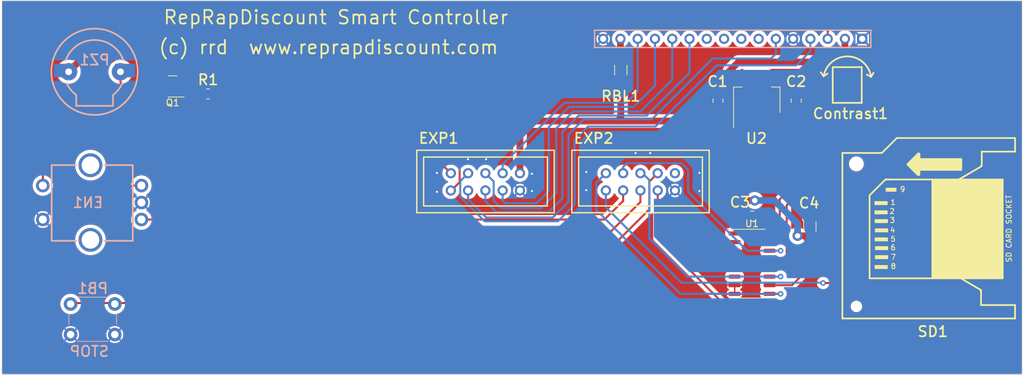
<source format=kicad_pcb>
(kicad_pcb (version 20221018) (generator pcbnew)
  (layers (0 "F.Cu" signal) (31 "B.Cu" signal) (34 "B.Paste" user) (35 "F.Paste" user) (36 "B.SilkS" user "B.Silkscreen") (37 "F.SilkS" user "F.Silkscreen") (38 "B.Mask" user) (39 "F.Mask" user) (44 "Edge.Cuts" user))
  (net 0 "")
  (net 1 "Net-(LCD1-Vo)")
  (net 2 "+3V3")
  (net 3 "BTN_ENC")
  (net 4 "BTN_EN2")
  (net 6 "GND")
  (net 8 "BTN_EN1")
  (net 9 "LCD7")
  (net 10 "LCD6")
  (net 11 "LCD5")
  (net 12 "LCD4")
  (net 13 "LCDRS")
  (net 14 "LCDE")
  (net 15 "/PB3_(MISO)")
  (net 16 "/PB1_(SCK)")
  (net 17 "/SD_CSEL")
  (net 18 "/PB2_(MOSI)")
  (net 19 "BEEPER")
  (net 20 "/RESET")
  (net 21 "/KILL")
  (net 25 "VCC")
  (net 27 "Net-(LCD1-A+)")
  (net 28 "Net-(PZ1-+)")
  (net 29 "Net-(Q1-B)")
  (net 30 "Net-(SD1-CS{slash}DAT3)")
  (net 31 "Net-(SD1-DI{slash}CMD)")
  (net 32 "Net-(SD1-SCLK{slash}CLK)")
  (net 39 "SD_DET")
  (footprint "Resistor_SMD:R_1206_3216Metric_Pad1.30x1.75mm_HandSolder" (layer "F.Cu") (at 164.5011 87.7036 -90)
    (fp_text reference "RBL1" (at 3.833 -0.005) (layer "F.SilkS") (effects (font (size 1.524 1.524) (thickness 0.254) bold)))
    (fp_text value "68")
    (fp_line (start -0.727064 -0.91) (end 0.727064 -0.91) (stroke (width 0.12)) (layer "F.SilkS"))
    (fp_line (start -0.727064 0.91) (end 0.727064 0.91) (stroke (width 0.12)) (layer "F.SilkS"))
    (pad "1" smd roundrect (at -1.55 0 270) (size 1.3 1.75) (layers "F.Cu" "F.Paste" "F.Mask") (roundrect_rratio 0.192308) (net 27 "Net-(LCD1-A+)"))
    (pad "2" smd roundrect (at 1.55 0 270) (size 1.3 1.75) (layers "F.Cu" "F.Paste" "F.Mask") (roundrect_rratio 0.192308) (net 25 "VCC"))
  )
  (footprint "reprapdiscount_smart_controller:SD_card socket" (layer "F.Cu") (at 208.1011 111.0036 90)
    (fp_text reference "SD1" (at -16.1 -0.1 unlocked) (layer "F.SilkS") (effects (font (size 1.524 1.524) (thickness 0.254)) (justify left bottom)))
    (fp_text value "SD card" hide)
    (fp_line (start -13.27279 -11.00319) (end -13.27279 14.38279) (stroke (width 0.254)) (layer "F.SilkS"))
    (fp_line (start -13.27279 14.38279) (end -11.30002 14.38279) (stroke (width 0.254)) (layer "F.SilkS"))
    (fp_line (start -13.25882 -11.01721) (end -13.27279 -11.00319) (stroke (width 0.254)) (layer "F.SilkS"))
    (fp_line (start -13.25882 -11.01721) (end 11.09999 -11.01721) (stroke (width 0.254)) (layer "F.SilkS"))
    (fp_line (start -11.30002 9.3828) (end -11.30002 14.38279) (stroke (width 0.254)) (layer "F.SilkS"))
    (fp_line (start -11.24922 9.37721) (end -9.20721 9.37721) (stroke (width 0.254)) (layer "F.SilkS"))
    (fp_line (start -9.04922 9.21922) (end -9.20721 9.37721) (stroke (width 0.254)) (layer "F.SilkS"))
    (fp_line (start -5.60001 3.38281) (end 5.59997 3.38281) (stroke (width 0.254)) (layer "F.SilkS"))
    (fp_line (start -5.58802 3.38281) (end -9.10002 9.37721) (stroke (width 0.254)) (layer "F.SilkS"))
    (fp_line (start 5.59997 3.38281) (end 9.09999 9.37721) (stroke (width 0.254)) (layer "F.SilkS"))
    (fp_line (start 9.09999 9.32641) (end 9.25798 9.4844) (stroke (width 0.254)) (layer "F.SilkS"))
    (fp_line (start 9.25798 9.4844) (end 11.29999 9.4844) (stroke (width 0.254)) (layer "F.SilkS"))
    (fp_line (start 11.09999 -11.01721) (end 11.09999 -5.20722) (stroke (width 0.254)) (layer "F.SilkS"))
    (fp_line (start 11.09999 -5.20722) (end 13.28921 -3.01799) (stroke (width 0.254)) (layer "F.SilkS"))
    (fp_line (start 11.29999 9.4844) (end 11.29999 14.38279) (stroke (width 0.254)) (layer "F.SilkS"))
    (fp_line (start 11.29999 14.38279) (end 13.2728 14.38279) (stroke (width 0.254)) (layer "F.SilkS"))
    (fp_line (start 13.28921 -3.01799) (end 13.29998 -3.01799) (stroke (width 0.254)) (layer "F.SilkS"))
    (fp_line (start 13.29998 -3.01799) (end 13.29998 14.35561) (stroke (width 0.254)) (layer "F.SilkS"))
    (fp_line (start 13.29998 14.35561) (end 13.2728 14.38279) (stroke (width 0.254)) (layer "F.SilkS"))
    (pad "" np_thru_hole circle locked (at -11.5 -8.95 90) (size 1.2 1.2) (drill 1.2) (layers "F&B.Cu" "*.Mask"))
    (pad "" np_thru_hole circle locked (at 9.49 -8.95 90) (size 1.7 1.7) (drill 1.7) (layers "F&B.Cu" "*.Mask"))
    (pad "1" smd rect locked (at 6.85798 -11.91719 90) (size 1.2 1.8) (layers "F.Cu" "F.Paste" "F.Mask") (net 30 "Net-(SD1-CS{slash}DAT3)"))
    (pad "2" smd rect locked (at 4.36878 -11.91719 90) (size 1.2 1.8) (layers "F.Cu" "F.Paste" "F.Mask") (net 31 "Net-(SD1-DI{slash}CMD)"))
    (pad "3" smd rect locked (at 1.87501 -11.90799 90) (size 1.2 1.8) (layers "F.Cu" "F.Paste" "F.Mask") (net 6 "GND"))
    (pad "4" smd rect locked (at -0.62501 -11.90799 90) (size 1.2 1.8) (layers "F.Cu" "F.Paste" "F.Mask") (net 2 "+3V3"))
    (pad "5" smd rect locked (at -3.12498 -11.90799 90) (size 1.2 1.8) (layers "F.Cu" "F.Paste" "F.Mask") (net 32 "Net-(SD1-SCLK{slash}CLK)"))
    (pad "6" smd rect locked (at -5.625 -11.90799 90) (size 1.2 1.8) (layers "F.Cu" "F.Paste" "F.Mask") (net 6 "GND"))
    (pad "7" smd rect locked (at -8.04999 -11.90799 90) (size 1.2 1.8) (layers "F.Cu" "F.Paste" "F.Mask") (net 15 "/PB3_(MISO)"))
    (pad "8" smd rect locked (at -9.75362 -11.91724 90) (size 1.1 1.8) (layers "F.Cu" "F.Paste" "F.Mask"))
    (pad "9" smd rect locked (at 9.37497 -11.90799 90) (size 1.2 1.8) (layers "F.Cu" "F.Paste" "F.Mask"))
    (pad "10" smd rect locked (at -11.04998 -11.90799 90) (size 0.7 1.8) (layers "F.Cu" "F.Paste" "F.Mask") (net 39 "SD_DET"))
    (pad "11" smd rect locked (at -12.24282 -11.91724 90) (size 0.7 1.8) (layers "F.Cu" "F.Paste" "F.Mask"))
    (pad "12" smd rect locked (at -13.86842 -9.77439 90) (size 1.5 2.79999) (layers "F.Cu" "F.Paste" "F.Mask") (net 6 "GND"))
    (pad "12" smd rect locked (at -13.86842 11.91721 90) (size 1.5 2.79999) (layers "F.Cu" "F.Paste" "F.Mask") (net 6 "GND"))
    (pad "12" smd rect locked (at 11.68398 -9.77439 90) (size 1.5 2.79999) (layers "F.Cu" "F.Paste" "F.Mask") (net 6 "GND"))
    (pad "12" smd rect locked (at 13.86838 11.86641 90) (size 1.5 2.79999) (layers "F.Cu" "F.Paste" "F.Mask") (net 6 "GND"))
  )
  (footprint "Capacitor_SMD:C_1206_3216Metric_Pad1.33x1.80mm_HandSolder" (layer "F.Cu") (at 192.3011 110.7036 -90)
    (fp_text reference "C4" (at -3.419 0.109) (layer "F.SilkS") (effects (font (size 1.524 1.524) (thickness 0.254) bold)))
    (fp_text value "1uF")
    (fp_line (start -0.711252 -0.91) (end 0.711252 -0.91) (stroke (width 0.12)) (layer "F.SilkS"))
    (fp_line (start -0.711252 0.91) (end 0.711252 0.91) (stroke (width 0.12)) (layer "F.SilkS"))
    (pad "1" smd roundrect (at -1.5625 0 270) (size 1.325 1.8) (layers "F.Cu" "F.Paste" "F.Mask") (roundrect_rratio 0.188679) (net 6 "GND"))
    (pad "2" smd roundrect (at 1.5625 0 270) (size 1.325 1.8) (layers "F.Cu" "F.Paste" "F.Mask") (roundrect_rratio 0.188679) (net 2 "+3V3"))
  )
  (footprint "reprapdiscount_smart_controller:SO-16_3.9x9.9mm_P1.27mm" (layer "F.Cu") (at 183.8011 116.2036)
    (fp_text reference "U1" (at 0 -5.9) (layer "F.SilkS"))
    (fp_text value "74HC4050")
    (fp_line (start 0 -5.06) (end -3.45 -5.06) (stroke (width 0.12)) (layer "F.SilkS"))
    (fp_line (start 0 -5.06) (end 1.95 -5.06) (stroke (width 0.12)) (layer "F.SilkS"))
    (fp_line (start 0 5.06) (end -1.95 5.06) (stroke (width 0.12)) (layer "F.SilkS"))
    (fp_line (start 0 5.06) (end 1.95 5.06) (stroke (width 0.12)) (layer "F.SilkS"))
    (pad "1" smd roundrect (at -2.575 -4.445) (size 1.75 0.6) (layers "F.Cu" "F.Paste" "F.Mask") (net 2 "+3V3"))
    (pad "2" smd roundrect (at -2.575 -3.175) (size 1.75 0.6) (layers "F.Cu" "F.Paste" "F.Mask"))
    (pad "3" smd roundrect (at -2.575 -1.905) (size 1.75 0.6) (layers "F.Cu" "F.Paste" "F.Mask") (net 6 "GND"))
    (pad "4" smd roundrect (at -2.575 -0.635) (size 1.75 0.6) (layers "F.Cu" "F.Paste" "F.Mask"))
    (pad "5" smd roundrect (at -2.575 0.635) (size 1.75 0.6) (layers "F.Cu" "F.Paste" "F.Mask") (net 6 "GND"))
    (pad "6" smd roundrect (at -2.575 1.905) (size 1.75 0.6) (layers "F.Cu" "F.Paste" "F.Mask"))
    (pad "7" smd roundrect (at -2.575 3.175) (size 1.75 0.6) (layers "F.Cu" "F.Paste" "F.Mask") (net 6 "GND"))
    (pad "8" smd roundrect (at -2.575 4.445) (size 1.75 0.6) (layers "F.Cu" "F.Paste" "F.Mask") (net 6 "GND"))
    (pad "9" smd roundrect (at 2.575 4.445) (size 1.75 0.6) (layers "F.Cu" "F.Paste" "F.Mask") (net 16 "/PB1_(SCK)"))
    (pad "10" smd roundrect (at 2.575 3.175) (size 1.75 0.6) (layers "F.Cu" "F.Paste" "F.Mask") (net 32 "Net-(SD1-SCLK{slash}CLK)"))
    (pad "11" smd roundrect (at 2.575 1.905) (size 1.75 0.6) (layers "F.Cu" "F.Paste" "F.Mask") (net 18 "/PB2_(MOSI)"))
    (pad "12" smd roundrect (at 2.575 0.635) (size 1.75 0.6) (layers "F.Cu" "F.Paste" "F.Mask") (net 31 "Net-(SD1-DI{slash}CMD)"))
    (pad "13" smd roundrect (at 2.575 -0.635) (size 1.75 0.6) (layers "F.Cu" "F.Paste" "F.Mask"))
    (pad "14" smd roundrect (at 2.575 -1.905) (size 1.75 0.6) (layers "F.Cu" "F.Paste" "F.Mask") (net 17 "/SD_CSEL"))
    (pad "15" smd roundrect (at 2.575 -3.175) (size 1.75 0.6) (layers "F.Cu" "F.Paste" "F.Mask") (net 30 "Net-(SD1-CS{slash}DAT3)"))
    (pad "16" smd roundrect (at 2.575 -4.445) (size 1.75 0.6) (layers "F.Cu" "F.Paste" "F.Mask"))
  )
  (footprint "Package_TO_SOT_SMD:SOT-23" (layer "F.Cu") (at 98.6011 90.1036 180)
    (fp_text reference "Q1" (at 0 -2.4 180) (layer "F.SilkS"))
    (fp_text value "BC817")
    (fp_line (start 0 -1.56) (end -1.675 -1.56) (stroke (width 0.12)) (layer "F.SilkS"))
    (fp_line (start 0 -1.56) (end 0.65 -1.56) (stroke (width 0.12)) (layer "F.SilkS"))
    (fp_line (start 0 1.56) (end -0.65 1.56) (stroke (width 0.12)) (layer "F.SilkS"))
    (fp_line (start 0 1.56) (end 0.65 1.56) (stroke (width 0.12)) (layer "F.SilkS"))
    (pad "1" smd roundrect (at -0.9375 -0.95 180) (size 1.475 0.6) (layers "F.Cu" "F.Paste" "F.Mask") (net 29 "Net-(Q1-B)"))
    (pad "2" smd roundrect (at -0.9375 0.95 180) (size 1.475 0.6) (layers "F.Cu" "F.Paste" "F.Mask") (net 6 "GND"))
    (pad "3" smd roundrect (at 0.9375 0 180) (size 1.475 0.6) (layers "F.Cu" "F.Paste" "F.Mask") (net 28 "Net-(PZ1-+)"))
  )
  (footprint "Resistor_SMD:R_0805_2012Metric_Pad1.20x1.40mm_HandSolder" (layer "F.Cu") (at 103.8011 91.2036)
    (fp_text reference "R1" (at 0 -2.08) (layer "F.SilkS") (effects (font (size 1.524 1.524) (thickness 0.254) bold)))
    (fp_text value "1K")
    (fp_line (start -0.227064 -0.735) (end 0.227064 -0.735) (stroke (width 0.12)) (layer "F.SilkS"))
    (fp_line (start -0.227064 0.735) (end 0.227064 0.735) (stroke (width 0.12)) (layer "F.SilkS"))
    (pad "1" smd roundrect (at -1 0) (size 1.2 1.4) (layers "F.Cu" "F.Paste" "F.Mask") (roundrect_rratio 0.208333) (net 29 "Net-(Q1-B)"))
    (pad "2" smd roundrect (at 1 0) (size 1.2 1.4) (layers "F.Cu" "F.Paste" "F.Mask") (roundrect_rratio 0.208333) (net 19 "BEEPER"))
  )
  (footprint "reprapdiscount_smart_controller:RES TRIMPOT" (layer "F.Cu") (at 197.8011 89.7036 180)
    (fp_text reference "Contrast1" (at 5.2 -5.3 unlocked) (layer "F.SilkS") (effects (font (size 1.524 1.524) (thickness 0.254)) (justify left bottom)))
    (fp_text value "10K" hide)
    (fp_line (start -2.1336 -2.8194) (end -2.1336 2.4384) (stroke (width 0.254)) (layer "F.SilkS"))
    (fp_line (start 2.1336 -2.8194) (end -2.1336 -2.8194) (stroke (width 0.254)) (layer "F.SilkS"))
    (fp_line (start 2.1336 -2.8194) (end 2.1336 2.4384) (stroke (width 0.254)) (layer "F.SilkS"))
    (fp_line (start 2.1336 2.4384) (end -2.1336 2.4384) (stroke (width 0.254)) (layer "F.SilkS"))
    (pad "1" smd rect (at -1.13848 1.52324 270) (size 1.2 1.4) (layers "F.Cu" "F.Paste" "F.Mask") (net 6 "GND"))
    (pad "2" smd rect (at -0.03312 -1.52324 180) (size 1.6 1.8) (layers "F.Cu" "F.Paste" "F.Mask") (net 1 "Net-(LCD1-Vo)"))
    (pad "3" smd rect (at 1.13848 1.52324 270) (size 1.2 1.4) (layers "F.Cu" "F.Paste" "F.Mask") (net 25 "VCC"))
  )
  (footprint "reprapdiscount_smart_controller:HDR2X5_EXP" (layer "F.Cu") (at 134.5011 108.7036)
    (fp_text reference "EXP1" (at 0.14557 -10.0724 unlocked) (layer "F.SilkS") (effects (font (size 1.524 1.524) (thickness 0.254)) (justify left bottom)))
    (fp_text value "Header 5X2" hide)
    (fp_line (start -0.00001 -9.20004) (end 20.2 -9.20004) (stroke (width 0.2)) (layer "F.SilkS"))
    (fp_line (start -0.00001 0) (end -0.00001 -9.20004) (stroke (width 0.2)) (layer "F.SilkS"))
    (fp_line (start -0.00001 0) (end 20.2 0) (stroke (width 0.2)) (layer "F.SilkS"))
    (fp_line (start 0.99998 -8.20004) (end 19.2 -8.20004) (stroke (width 0.2)) (layer "F.SilkS"))
    (fp_line (start 0.99998 -1) (end 0.99998 -8.20004) (stroke (width 0.2)) (layer "F.SilkS"))
    (fp_line (start 0.99998 -1) (end 19.2 -1) (stroke (width 0.2)) (layer "F.SilkS"))
    (fp_line (start 19.2 -1) (end 19.2 -8.20004) (stroke (width 0.2)) (layer "F.SilkS"))
    (fp_line (start 20.2 0) (end 20.2 -9.20004) (stroke (width 0.2)) (layer "F.SilkS"))
    (pad "1" thru_hole circle (at 5.00384 -3.27665) (size 1.5 1.5) (drill 0.9) (layers "*.Cu" "*.Mask") (net 19 "BEEPER"))
    (pad "2" thru_hole circle (at 5.00384 -5.81665) (size 1.5 1.5) (drill 0.9) (layers "*.Cu" "*.Mask") (net 3 "BTN_ENC"))
    (pad "3" thru_hole circle (at 7.54384 -3.27665) (size 1.5 1.5) (drill 0.9) (layers "*.Cu" "*.Mask") (net 14 "LCDE"))
    (pad "4" thru_hole circle (at 7.54384 -5.81665) (size 1.5 1.5) (drill 0.9) (layers "*.Cu" "*.Mask") (net 13 "LCDRS"))
    (pad "5" thru_hole circle (at 10.08384 -3.27665) (size 1.5 1.5) (drill 0.9) (layers "*.Cu" "*.Mask") (net 12 "LCD4"))
    (pad "6" thru_hole circle (at 10.08384 -5.81665) (size 1.5 1.5) (drill 0.9) (layers "*.Cu" "*.Mask") (net 11 "LCD5"))
    (pad "7" thru_hole circle (at 12.62384 -3.27665) (size 1.5 1.5) (drill 0.9) (layers "*.Cu" "*.Mask") (net 10 "LCD6"))
    (pad "8" thru_hole circle (at 12.62384 -5.81665) (size 1.5 1.5) (drill 0.9) (layers "*.Cu" "*.Mask") (net 9 "LCD7"))
    (pad "9" thru_hole circle (at 15.16384 -3.27665) (size 1.5 1.5) (drill 0.9) (layers "*.Cu" "*.Mask") (net 6 "GND"))
    (pad "10" thru_hole circle (at 15.16384 -5.81665) (size 1.5 1.5) (drill 0.9) (layers "*.Cu" "*.Mask") (net 25 "VCC"))
  )
  (footprint "Package_TO_SOT_SMD:SOT-223" (layer "F.Cu") (at 184.5011 92.1036 90)
    (fp_text reference "U2" (at -5.656 -0.056 180) (layer "F.SilkS") (effects (font (size 1.524 1.524) (thickness 0.254) bold)))
    (fp_text value "MIC5209")
    (fp_line (start -4.1 -3.41) (end 1.91 -3.41) (stroke (width 0.12)) (layer "F.SilkS"))
    (fp_line (start -1.85 3.41) (end 1.91 3.41) (stroke (width 0.12)) (layer "F.SilkS"))
    (fp_line (start 1.91 -3.41) (end 1.91 -2.15) (stroke (width 0.12)) (layer "F.SilkS"))
    (fp_line (start 1.91 3.41) (end 1.91 2.15) (stroke (width 0.12)) (layer "F.SilkS"))
    (pad "1" smd rect (at -3.15 -2.3 90) (size 2 1.5) (layers "F.Cu" "F.Paste" "F.Mask") (net 25 "VCC"))
    (pad "2" smd rect (at -3.15 0 90) (size 2 1.5) (layers "F.Cu" "F.Paste" "F.Mask") (net 6 "GND"))
    (pad "3" smd rect (at -3.15 2.3 90) (size 2 1.5) (layers "F.Cu" "F.Paste" "F.Mask") (net 2 "+3V3"))
    (pad "4" smd rect (at 3.15 0 90) (size 2 3.8) (layers "F.Cu" "F.Paste" "F.Mask") (net 6 "GND"))
  )
  (footprint "Capacitor_SMD:C_0805_2012Metric_Pad1.18x1.45mm_HandSolder" (layer "F.Cu") (at 183.8011 109.2036 180)
    (fp_text reference "C3" (at 1.769 2.046 180) (layer "F.SilkS") (effects (font (size 1.524 1.524) (thickness 0.254) bold)))
    (fp_text value "100nF")
    (fp_line (start -0.261252 -0.735) (end 0.261252 -0.735) (stroke (width 0.12)) (layer "F.SilkS"))
    (fp_line (start -0.261252 0.735) (end 0.261252 0.735) (stroke (width 0.12)) (layer "F.SilkS"))
    (pad "1" smd roundrect (at -1.0375 0 180) (size 1.175 1.45) (layers "F.Cu" "F.Paste" "F.Mask") (roundrect_rratio 0.212766) (net 6 "GND"))
    (pad "2" smd roundrect (at 1.0375 0 180) (size 1.175 1.45) (layers "F.Cu" "F.Paste" "F.Mask") (roundrect_rratio 0.212766) (net 2 "+3V3"))
  )
  (footprint "Capacitor_SMD:C_0805_2012Metric_Pad1.18x1.45mm_HandSolder" (layer "F.Cu") (at 178.8011 92.2036 -90)
    (fp_text reference "C1" (at -2.826 0.071) (layer "F.SilkS") (effects (font (size 1.524 1.524) (thickness 0.254) bold)))
    (fp_text value "100nF")
    (fp_line (start -0.261252 -0.735) (end 0.261252 -0.735) (stroke (width 0.12)) (layer "F.SilkS"))
    (fp_line (start -0.261252 0.735) (end 0.261252 0.735) (stroke (width 0.12)) (layer "F.SilkS"))
    (pad "1" smd roundrect (at -1.0375 0 270) (size 1.175 1.45) (layers "F.Cu" "F.Paste" "F.Mask") (roundrect_rratio 0.212766) (net 6 "GND"))
    (pad "2" smd roundrect (at 1.0375 0 270) (size 1.175 1.45) (layers "F.Cu" "F.Paste" "F.Mask") (roundrect_rratio 0.212766) (net 25 "VCC"))
  )
  (footprint "reprapdiscount_smart_controller:HDR2X5_EXP" (layer "F.Cu") (at 157.3011 108.7036)
    (fp_text reference "EXP2" (at 0.14259 -10.0644 unlocked) (layer "F.SilkS") (effects (font (size 1.524 1.524) (thickness 0.254)) (justify left bottom)))
    (fp_text value "Header 5X2" hide)
    (fp_line (start -0.00001 -9.20004) (end 20.2 -9.20004) (stroke (width 0.2)) (layer "F.SilkS"))
    (fp_line (start -0.00001 0) (end -0.00001 -9.20004) (stroke (width 0.2)) (layer "F.SilkS"))
    (fp_line (start -0.00001 0) (end 20.2 0) (stroke (width 0.2)) (layer "F.SilkS"))
    (fp_line (start 0.99998 -8.20004) (end 19.2 -8.20004) (stroke (width 0.2)) (layer "F.SilkS"))
    (fp_line (start 0.99998 -1) (end 0.99998 -8.20004) (stroke (width 0.2)) (layer "F.SilkS"))
    (fp_line (start 0.99998 -1) (end 19.2 -1) (stroke (width 0.2)) (layer "F.SilkS"))
    (fp_line (start 19.2 -1) (end 19.2 -8.20004) (stroke (width 0.2)) (layer "F.SilkS"))
    (fp_line (start 20.2 0) (end 20.2 -9.20004) (stroke (width 0.2)) (layer "F.SilkS"))
    (pad "1" thru_hole circle (at 5.00384 -3.27665) (size 1.5 1.5) (drill 0.9) (layers "*.Cu" "*.Mask") (net 15 "/PB3_(MISO)"))
    (pad "2" thru_hole circle (at 5.00384 -5.81665) (size 1.5 1.5) (drill 0.9) (layers "*.Cu" "*.Mask") (net 16 "/PB1_(SCK)"))
    (pad "3" thru_hole circle (at 7.54384 -3.27665) (size 1.5 1.5) (drill 0.9) (layers "*.Cu" "*.Mask") (net 4 "BTN_EN2"))
    (pad "4" thru_hole circle (at 7.54384 -5.81665) (size 1.5 1.5) (drill 0.9) (layers "*.Cu" "*.Mask") (net 17 "/SD_CSEL"))
    (pad "5" thru_hole circle (at 10.08384 -3.27665) (size 1.5 1.5) (drill 0.9) (layers "*.Cu" "*.Mask") (net 8 "BTN_EN1"))
    (pad "6" thru_hole circle (at 10.08384 -5.81665) (size 1.5 1.5) (drill 0.9) (layers "*.Cu" "*.Mask") (net 18 "/PB2_(MOSI)"))
    (pad "7" thru_hole circle (at 12.62384 -3.27665) (size 1.5 1.5) (drill 0.9) (layers "*.Cu" "*.Mask") (net 39 "SD_DET"))
    (pad "8" thru_hole circle (at 12.62384 -5.81665) (size 1.5 1.5) (drill 0.9) (layers "*.Cu" "*.Mask") (net 20 "/RESET"))
    (pad "9" thru_hole circle (at 15.16384 -3.27665) (size 1.5 1.5) (drill 0.9) (layers "*.Cu" "*.Mask") (net 6 "GND"))
    (pad "10" thru_hole circle (at 15.16384 -5.81665) (size 1.5 1.5) (drill 0.9) (layers "*.Cu" "*.Mask") (net 21 "/KILL"))
  )
  (footprint "Capacitor_SMD:C_0805_2012Metric_Pad1.18x1.45mm_HandSolder" (layer "F.Cu") (at 190.3011 92.2036 -90)
    (fp_text reference "C2" (at -2.826 0.014) (layer "F.SilkS") (effects (font (size 1.524 1.524) (thickness 0.254) bold)))
    (fp_text value "100nF")
    (fp_line (start -0.261252 -0.735) (end 0.261252 -0.735) (stroke (width 0.12)) (layer "F.SilkS"))
    (fp_line (start -0.261252 0.735) (end 0.261252 0.735) (stroke (width 0.12)) (layer "F.SilkS"))
    (pad "1" smd roundrect (at -1.0375 0 270) (size 1.175 1.45) (layers "F.Cu" "F.Paste" "F.Mask") (roundrect_rratio 0.212766) (net 6 "GND"))
    (pad "2" smd roundrect (at 1.0375 0 270) (size 1.175 1.45) (layers "F.Cu" "F.Paste" "F.Mask") (roundrect_rratio 0.212766) (net 2 "+3V3"))
  )
  (footprint "Button_Switch_THT:SW_PUSH_6mm_H5mm" (layer "B.Cu") (at 90.0841 122.1436 180)
    (fp_text reference "PB1" (at 3.25 2.286) (layer "B.SilkS") (effects (font (size 1.524 1.524) (thickness 0.254) bold) (justify mirror)))
    (fp_text value "STOP" (at 3.75 -6.985) (layer "B.SilkS") (effects (font (size 1.524 1.524) (thickness 0.254) bold) (justify mirror)))
    (fp_line (start -0.25 -1.5) (end -0.25 -3) (stroke (width 0.12)) (layer "B.SilkS"))
    (fp_line (start 1 -5.5) (end 5.5 -5.5) (stroke (width 0.12)) (layer "B.SilkS"))
    (fp_line (start 5.5 1) (end 1 1) (stroke (width 0.12)) (layer "B.SilkS"))
    (fp_line (start 6.75 -3) (end 6.75 -1.5) (stroke (width 0.12)) (layer "B.SilkS"))
    (pad "1" thru_hole circle locked (at 0 0 90) (size 2 2) (drill 1.1) (layers "*.Cu" "*.Mask") (net 20 "/RESET"))
    (pad "1" thru_hole circle locked (at 6.5 0 90) (size 2 2) (drill 1.1) (layers "*.Cu" "*.Mask") (net 20 "/RESET"))
    (pad "2" thru_hole circle locked (at 0 -4.5 90) (size 2 2) (drill 1.1) (layers "*.Cu" "*.Mask") (net 6 "GND"))
    (pad "2" thru_hole circle locked (at 6.5 -4.5 90) (size 2 2) (drill 1.1) (layers "*.Cu" "*.Mask") (net 6 "GND"))
  )
  (footprint "reprapdiscount_smart_controller:ROTARY ENCODER" (layer "B.Cu") (at 94.0011 107.2036)
    (fp_text reference "EN1" (at -5.5 0.9 unlocked) (layer "B.SilkS") (effects (font (size 1.524 1.524) (thickness 0.254)) (justify left bottom mirror)))
    (fp_text value "BC111E5244B2" hide)
    (fp_line (start -13.2 -5.5118) (end -9.525 -5.5118) (stroke (width 0.254)) (layer "B.SilkS"))
    (fp_line (start -13.2 5.6388) (end -13.2 -5.5118) (stroke (width 0.254)) (layer "B.SilkS"))
    (fp_line (start -13.2 5.6388) (end -9.525 5.6388) (stroke (width 0.254)) (layer "B.SilkS"))
    (fp_line (start -5.4864 -5.5118) (end -1.27 -5.5118) (stroke (width 0.254)) (layer "B.SilkS"))
    (fp_line (start -5.461 5.6388) (end -1.27 5.6388) (stroke (width 0.254)) (layer "B.SilkS"))
    (fp_line (start -1.27 5.6388) (end -1.27 -5.5118) (stroke (width 0.254)) (layer "B.SilkS"))
    (pad "1" thru_hole circle locked (at 0 -2.5) (size 2 2) (drill 1.2) (layers "*.Cu" "*.Mask") (net 8 "BTN_EN1"))
    (pad "2" thru_hole circle locked (at 0 0) (size 2 2) (drill 1.2) (layers "*.Cu" "*.Mask") (net 6 "GND"))
    (pad "3" thru_hole circle locked (at 0 2.5) (size 2 2) (drill 1.2) (layers "*.Cu" "*.Mask") (net 4 "BTN_EN2"))
    (pad "4" thru_hole circle locked (at -14.5 2.5) (size 2 2) (drill 1.2) (layers "*.Cu" "*.Mask") (net 6 "GND"))
    (pad "5" thru_hole circle locked (at -14.5 -2.5) (size 2 2) (drill 1.2) (layers "*.Cu" "*.Mask") (net 3 "BTN_ENC"))
    (pad "6" thru_hole circle locked (at -7.5 5.5) (size 3.5 3.5) (drill 2.6) (layers "*.Cu" "*.Mask"))
    (pad "7" thru_hole circle locked (at -7.5 -5.5) (size 3.5 3.5) (drill 2.6) (layers "*.Cu" "*.Mask"))
  )
  (footprint "reprapdiscount_smart_controller:PIEZO 11MM" (layer "B.Cu") (at 83.29666 87.94414)
    (fp_text reference "PZ1" (at 3.80444 -1.74054 unlocked) (layer "B.SilkS") (effects (font (size 1.524 1.524) (thickness 0.254)) (justify mirror)))
    (fp_text value "PIEZO" hide)
    (fp_line (start 1.1142 3.4222) (end 1.1142 5.0222) (stroke (width 0.254)) (layer "B.SilkS"))
    (fp_line (start 6.5142 3.4222) (end 6.5142 5.0222) (stroke (width 0.254)) (layer "B.SilkS"))
    (fp_line (start 6.5142 5.0222) (end 1.1142 5.0222) (stroke (width 0.254)) (layer "B.SilkS"))
    (fp_arc (start -0.423639 -1.691313) (mid 3.8142 -4.6778) (end 8.052039 -1.691314) (stroke (width 0.254)) (layer "B.SilkS"))
    (fp_arc (start 1.080697 3.396827) (mid 0.305456 2.639772) (end -0.266342 1.719348) (stroke (width 0.254)) (layer "B.SilkS"))
    (fp_arc (start 7.897777 1.712808) (mid 7.318928 2.644766) (end 6.531767 3.408958) (stroke (width 0.254)) (layer "B.SilkS"))
    (fp_circle (center 3.81 0) (end 3.81 6.35) (stroke (width 0.254)) (fill none) (layer "B.SilkS"))
    (pad "1" smd rect (at -0.6858 -0.1778 180) (size 3 2) (layers "B.Cu" "B.Paste" "B.Mask") (net 25 "VCC"))
    (pad "1" thru_hole circle (at 0 0) (size 2.54 2.54) (drill 1) (layers "*.Cu" "*.Mask") (net 25 "VCC"))
    (pad "2" thru_hole circle (at 7.62 0) (size 2.54 2.54) (drill 1) (layers "*.Cu" "*.Mask") (net 28 "Net-(PZ1-+)"))
    (pad "2" smd rect (at 8.3142 -0.1778 180) (size 3 2) (layers "B.Cu" "B.Paste" "B.Mask") (net 28 "Net-(PZ1-+)"))
  )
  (footprint "reprapdiscount_smart_controller:HDR1X16" (layer "B.Cu") (at 200.00533 83.09293 180)
    (fp_text reference "LCD1" hide)
    (fp_text value "Character lcd" hide)
    (fp_line (start -1.27001 -1.27) (end -1.27001 1.27) (stroke (width 0.2)) (layer "B.SilkS"))
    (fp_line (start 0.63499 1.27) (end -1.27001 1.27) (stroke (width 0.2)) (layer "B.SilkS"))
    (fp_line (start 39.36999 -1.27) (end -1.27001 -1.27) (stroke (width 0.2)) (layer "B.SilkS"))
    (fp_line (start 39.36999 -1.27) (end 39.36999 1.27) (stroke (width 0.2)) (layer "B.SilkS"))
    (fp_line (start 39.36999 1.27) (end 0.63499 1.27) (stroke (width 0.2)) (layer "B.SilkS"))
    (pad "1" thru_hole rect locked (at -0.00001 0) (size 1.5 1.5) (drill 0.9) (layers "*.Cu" "*.Mask") (net 6 "GND"))
    (pad "2" thru_hole circle locked (at 2.53999 0) (size 1.5 1.5) (drill 0.9) (layers "*.Cu" "*.Mask") (net 25 "VCC"))
    (pad "3" thru_hole circle locked (at 5.07999 0) (size 1.5 1.5) (drill 0.9) (layers "*.Cu" "*.Mask") (net 1 "Net-(LCD1-Vo)"))
    (pad "4" thru_hole circle locked (at 7.61999 0) (size 1.5 1.5) (drill 0.9) (layers "*.Cu" "*.Mask") (net 13 "LCDRS"))
    (pad "5" thru_hole circle locked (at 10.15999 0) (size 1.5 1.5) (drill 0.9) (layers "*.Cu" "*.Mask") (net 6 "GND"))
    (pad "6" thru_hole circle locked (at 12.69999 0) (size 1.5 1.5) (drill 0.9) (layers "*.Cu" "*.Mask") (net 14 "LCDE"))
    (pad "7" thru_hole circle locked (at 15.23999 0) (size 1.5 1.5) (drill 0.9) (layers "*.Cu" "*.Mask"))
    (pad "8" thru_hole circle locked (at 17.77999 0) (size 1.5 1.5) (drill 0.9) (layers "*.Cu" "*.Mask"))
    (pad "9" thru_hole circle locked (at 20.31999 0) (size 1.5 1.5) (drill 0.9) (layers "*.Cu" "*.Mask"))
    (pad "10" thru_hole circle locked (at 22.85999 0) (size 1.5 1.5) (drill 0.9) (layers "*.Cu" "*.Mask"))
    (pad "11" thru_hole circle locked (at 25.39999 0) (size 1.5 1.5) (drill 0.9) (layers "*.Cu" "*.Mask") (net 12 "LCD4"))
    (pad "12" thru_hole circle locked (at 27.93999 0) (size 1.5 1.5) (drill 0.9) (layers "*.Cu" "*.Mask") (net 11 "LCD5"))
    (pad "13" thru_hole circle locked (at 30.47999 0) (size 1.5 1.5) (drill 0.9) (layers "*.Cu" "*.Mask") (net 10 "LCD6"))
    (pad "14" thru_hole circle locked (at 33.01999 0) (size 1.5 1.5) (drill 0.9) (layers "*.Cu" "*.Mask") (net 9 "LCD7"))
    (pad "15" thru_hole circle locked (at 35.55999 0) (size 1.5 1.5) (drill 0.9) (layers "*.Cu" "*.Mask") (net 27 "Net-(LCD1-A+)"))
    (pad "16" thru_hole circle locked (at 38.09999 0) (size 1.5 1.5) (drill 0.9) (layers "*.Cu" "*.Mask") (net 6 "GND"))
  )
  (gr_line (start 208.29519 102.08979) (end 214.56772 102.08979) (stroke (width 0.254)) (layer "F.SilkS"))
  (gr_line (start 214.56772 102.08979) (end 214.56772 101.13993) (stroke (width 0.254)) (layer "F.SilkS"))
  (gr_line (start 194.32768 88.60511) (end 194.90111 88.20359) (stroke (width 0.254)) (layer "F.SilkS"))
  (gr_rect (start 201.84344 109.65269) (end 203.77897 110.22617) (fill solid) (layer "F.SilkS"))
  (gr_arc (start 194.327693 88.605102) (mid 197.858284 85.683847) (end 201.306939 88.701392) (stroke (width 0.254)) (layer "F.SilkS"))
  (gr_line (start 205.53528 103.81024) (end 220.66103 103.81024) (stroke (width 0.254)) (layer "F.SilkS"))
  (gr_rect (start 208.29519 101.98225) (end 214.56772 102.39444) (fill solid) (layer "F.SilkS"))
  (gr_line (start 206.80772 101.58799) (end 208.29519 100.10046) (stroke (width 0.508)) (layer "F.SilkS"))
  (gr_rect (start 207.05862 101.22954) (end 207.883 101.83889) (fill solid) (layer "F.SilkS"))
  (gr_line (start 208.34899 100.79942) (end 214.56772 100.79942) (stroke (width 0.254)) (layer "F.SilkS"))
  (gr_line (start 201.09074 106.14002) (end 203.42053 103.81024) (stroke (width 0.254)) (layer "F.SilkS"))
  (gr_line (start 201.09074 118.3625) (end 201.09074 106.14002) (stroke (width 0.254)) (layer "F.SilkS"))
  (gr_rect (start 203.45639 105.02893) (end 205.03348 105.60241) (fill solid) (layer "F.SilkS"))
  (gr_rect (start 201.80763 107.00027) (end 203.74316 107.57375) (fill solid) (layer "F.SilkS"))
  (gr_rect (start 210.19486 103.81024) (end 220.66103 118.3625) (fill solid) (layer "F.SilkS"))
  (gr_rect (start 201.80763 108.36232) (end 203.74316 108.9358) (fill solid) (layer "F.SilkS"))
  (gr_line (start 208.52821 102.39444) (end 214.56772 102.39444) (stroke (width 0.254)) (layer "F.SilkS"))
  (gr_line (start 208.29519 100.85322) (end 208.34899 100.79942) (stroke (width 0.254)) (layer "F.SilkS"))
  (gr_line (start 203.42053 103.81024) (end 203.99406 103.81024) (stroke (width 0.254)) (layer "F.SilkS"))
  (gr_rect (start 208.29519 101.13993) (end 214.56772 102.08979) (fill solid) (layer "F.SilkS"))
  (gr_rect (start 207.883 101.83889) (end 208.29519 102.73495) (fill solid) (layer "F.SilkS"))
  (gr_line (start 201.30694 88.70138) (end 201.65695 88.09518) (stroke (width 0.254)) (layer "F.SilkS"))
  (gr_line (start 201.09074 118.3625) (end 203.16962 118.3625) (stroke (width 0.254)) (layer "F.SilkS"))
  (gr_rect (start 207.33639 101.05931) (end 208.02636 101.53419) (fill solid) (layer "F.SilkS"))
  (gr_line (start 203.16962 118.3625) (end 203.16962 118.3625) (stroke (width 0.254)) (layer "F.SilkS"))
  (gr_line (start 208.29519 101.13993) (end 214.56772 101.13993) (stroke (width 0.254)) (layer "F.SilkS"))
  (gr_rect (start 207.33639 101.53419) (end 207.91887 102.10772) (fill solid) (layer "F.SilkS"))
  (gr_rect (start 201.82556 116.40909) (end 203.76109 116.98257) (fill solid) (layer "F.SilkS"))
  (gr_rect (start 208.29519 100.79942) (end 214.56772 101.6776) (fill solid) (layer "F.SilkS"))
  (gr_line (start 203.42053 103.81024) (end 205.53528 103.81024) (stroke (width 0.254)) (layer "F.SilkS"))
  (gr_rect (start 201.8793 114.95743) (end 203.81484 115.53091) (fill solid) (layer "F.SilkS"))
  (gr_rect (start 201.8793 111.01469) (end 203.81484 111.58817) (fill solid) (layer "F.SilkS"))
  (gr_rect (start 201.84344 112.34088) (end 203.77897 112.91436) (fill solid) (layer "F.SilkS"))
  (gr_line (start 206.80772 101.58799) (end 208.25933 103.0396) (stroke (width 0.508)) (layer "F.SilkS"))
  (gr_line (start 200.70074 88.35141) (end 201.30694 88.70138) (stroke (width 0.254)) (layer "F.SilkS"))
  (gr_rect (start 201.8793 113.63125) (end 203.81484 114.20473) (fill solid) (layer "F.SilkS"))
  (gr_line (start 193.92621 88.03168) (end 194.32768 88.60511) (stroke (width 0.254)) (layer "F.SilkS"))
  (gr_line (start 214.56772 102.39444) (end 214.56772 100.79942) (stroke (width 0.254)) (layer "F.SilkS"))
  (gr_line (start 220.66103 118.3625) (end 220.66103 103.81024) (stroke (width 0.254)) (layer "F.SilkS"))
  (gr_line (start 208.29519 103.00373) (end 208.29519 100.10046) (stroke (width 0.5)) (layer "F.SilkS"))
  (gr_line (start 208.29519 102.08979) (end 208.29519 101.13993) (stroke (width 0.254)) (layer "F.SilkS"))
  (gr_rect (start 207.57835 100.60232) (end 208.29519 102.41237) (fill solid) (layer "F.SilkS"))
  (gr_line (start 208.47441 102.34069) (end 208.52821 102.39444) (stroke (width 0.254)) (layer "F.SilkS"))
  (gr_line (start 203.16962 118.3625) (end 220.66103 118.3625) (stroke (width 0.254)) (layer "F.SilkS"))
  (gr_line (start 73.5011 77.5036) (end 73.5011 132.5036) (stroke (width 0.05)) (layer "Edge.Cuts"))
  (gr_line (start 223.5011 77.5036) (end 73.5011 77.5036) (stroke (width 0.05)) (layer "Edge.Cuts"))
  (gr_line (start 73.5011 132.5036) (end 223.5011 132.5036) (stroke (width 0.05)) (layer "Edge.Cuts"))
  (gr_line (start 223.5011 132.5036) (end 223.5011 77.5036) (stroke (width 0.05)) (layer "Edge.Cuts"))
  (gr_text "1" (at 204.10155 107.60961) (layer "F.SilkS") (effects (font (size 0.762 0.762) (thickness 0.127)) (justify left bottom)))
  (gr_text "(c) rrd  www.reprapdiscount.com" (at 96.4011 85.5036 360) (layer "F.SilkS") (effects (font (size 2 2) (thickness 0.254)) (justify left bottom)))
  (gr_text "5" (at 204.10155 113.02192) (layer "F.SilkS") (effects (font (size 0.762 0.762) (thickness 0.127)) (justify left bottom)))
  (gr_text "8" (at 204.13739 117.03634) (layer "F.SilkS") (effects (font (size 0.762 0.762) (thickness 0.127)) (justify left bottom)))
  (gr_text "6" (at 204.10155 114.27642) (layer "F.SilkS") (effects (font (size 0.762 0.762) (thickness 0.127)) (justify left bottom)))
  (gr_text "3" (at 203.99403 110.26201) (layer "F.SilkS") (effects (font (size 0.762 0.762) (thickness 0.127)) (justify left bottom)))
  (gr_text "9" (at 205.5011 105.7036) (layer "F.SilkS") (effects (font (size 0.762 0.762) (thickness 0.127)) (justify left bottom)))
  (gr_text "2" (at 203.95819 108.9358) (layer "F.SilkS") (effects (font (size 0.762 0.762) (thickness 0.127)) (justify left bottom)))
  (gr_text "SD CARD SOCKET" (at 222.02308 116.06857 90) (layer "F.SilkS") (effects (font (size 0.762 0.762) (thickness 0.127)) (justify left bottom)))
  (gr_text "4" (at 204.02987 111.69571) (layer "F.SilkS") (effects (font (size 0.762 0.762) (thickness 0.127)) (justify left bottom)))
  (gr_text "RepRapDiscount Smart Controller" (at 97.1011 81.1036 360) (layer "F.SilkS") (effects (font (size 2 2) (thickness 0.254)) (justify left bottom)))
  (gr_text "7" (at 204.13739 115.67429) (layer "F.SilkS") (effects (font (size 0.762 0.762) (thickness 0.127)) (justify left bottom)))
  (segment (start 194.92534 82.0036) (end 195.72534 81.2036) (width 0.3) (layer "F.Cu") (net 1))
  (segment (start 194.92534 83.09293) (end 194.92534 82.0036) (width 0.3) (layer "F.Cu") (net 1))
  (segment (start 202.6011 88.7036) (end 202.6011 81.5036) (width 0.3) (layer "F.Cu") (net 1))
  (segment (start 197.83424 91.22686) (end 200.07784 91.22686) (width 0.3) (layer "F.Cu") (net 1))
  (segment (start 200.07784 91.22686) (end 202.6011 88.7036) (width 0.3) (layer "F.Cu") (net 1))
  (segment (start 195.72534 81.2036) (end 202.3011 81.2036) (width 0.3) (layer "F.Cu") (net 1))
  (segment (start 202.3011 81.2036) (end 202.6011 81.5036) (width 0.3) (layer "F.Cu") (net 1))
  (segment (start 190.50114 112.10364) (end 192.30112 112.10364) (width 1) (layer "F.Cu") (net 2))
  (segment (start 192.30112 112.10364) (end 193.70106 112.10364) (width 1) (layer "F.Cu") (net 2))
  (segment (start 181.2511 111.75861) (end 181.2511 109.7536) (width 0.3) (layer "F.Cu") (net 2))
  (segment (start 182.85108 109.20363) (end 182.85108 105.45362) (width 1) (layer "F.Cu") (net 2))
  (segment (start 190.30112 94.3036) (end 190.30112 93.15361) (width 1) (layer "F.Cu") (net 2))
  (segment (start 189.40112 95.2036) (end 190.30112 94.3036) (width 1) (layer "F.Cu") (net 2))
  (segment (start 184.1911 106.9036) (end 184.2011 106.9036) (width 1) (layer "F.Cu") (net 2))
  (segment (start 182.95108 106.9036) (end 184.1911 106.9036) (width 1) (layer "F.Cu") (net 2))
  (segment (start 181.2511 109.7536) (end 181.80107 109.20363) (width 0.3) (layer "F.Cu") (net 2))
  (segment (start 194.17609 111.62861) (end 196.19311 111.62861) (width 1) (layer "F.Cu") (net 2))
  (segment (start 181.80107 109.20363) (end 182.85108 109.20363) (width 0.3) (layer "F.Cu") (net 2))
  (segment (start 186.80105 101.50365) (end 186.80105 95.2036) (width 1) (layer "F.Cu") (net 2))
  (segment (start 186.80105 95.2036) (end 189.40112 95.2036) (width 1) (layer "F.Cu") (net 2))
  (segment (start 193.70106 112.10364) (end 194.17609 111.62861) (width 1) (layer "F.Cu") (net 2))
  (segment (start 182.85108 105.45362) (end 186.80105 101.50365) (width 1) (layer "F.Cu") (net 2))
  (via (at 190.50114 112.10364) (size 1.5) (drill 0.8) (layers "F.Cu" "B.Cu") (net 2))
  (via (at 184.2011 106.9036) (size 1.5) (drill 0.8) (layers "F.Cu" "B.Cu") (net 2))
  (segment (start 184.2011 106.9036) (end 187.1011 106.9036) (width 1) (layer "B.Cu") (net 2))
  (segment (start 190.50114 111.94364) (end 190.50114 110.30364) (width 1) (layer "B.Cu") (net 2))
  (segment (start 187.1011 106.9036) (end 190.50114 110.30364) (width 1) (layer "B.Cu") (net 2))
  (segment (start 190.5411 111.9836) (end 190.50114 111.94364) (width 1) (layer "B.Cu") (net 2))
  (segment (start 190.50114 112.10364) (end 190.50114 112.02356) (width 1) (layer "B.Cu") (net 2))
  (segment (start 190.50114 112.02356) (end 190.5411 111.9836) (width 1) (layer "B.Cu") (net 2))
  (segment (start 135.52159 98.9036) (end 139.50493 102.88695) (width 0.3) (layer "F.Cu") (net 3))
  (segment (start 80.5011 98.9036) (end 135.52159 98.9036) (width 0.3) (layer "F.Cu") (net 3))
  (segment (start 79.50109 104.7036) (end 79.50109 99.90361) (width 0.3) (layer "F.Cu") (net 3))
  (segment (start 79.50109 99.90361) (end 80.5011 98.9036) (width 0.3) (layer "F.Cu") (net 3))
  (segment (start 162.10111 109.70359) (end 164.84494 106.95976) (width 0.3) (layer "F.Cu") (net 4))
  (segment (start 94.00109 109.70359) (end 162.10111 109.70359) (width 0.3) (layer "F.Cu") (net 4))
  (segment (start 164.84494 106.95976) (end 164.84494 105.42695) (width 0.3) (layer "F.Cu") (net 4))
  (segment (start 179.1111 114.6506) (end 179.1111 116.35962) (width 0.2) (layer "F.Cu") (net 6))
  (segment (start 183.0481 116.5556) (end 182.76509 116.83861) (width 0.2) (layer "F.Cu") (net 6))
  (segment (start 182.69611 114.29861) (end 183.0481 114.6506) (width 0.2) (layer "F.Cu") (net 6))
  (segment (start 179.46309 114.29861) (end 179.1111 114.6506) (width 0.2) (layer "F.Cu") (net 6))
  (segment (start 183.1751 119.66162) (end 182.89209 119.37861) (width 0.2) (layer "F.Cu") (net 6))
  (segment (start 182.89209 119.37861) (end 183.0481 119.2226) (width 0.2) (layer "F.Cu") (net 6))
  (segment (start 183.0481 119.2226) (end 183.0481 117.0636) (width 0.2) (layer "F.Cu") (net 6))
  (segment (start 183.01909 120.64861) (end 183.1751 120.4926) (width 0.2) (layer "F.Cu") (net 6))
  (segment (start 182.76509 116.83861) (end 181.2511 116.83861) (width 0.2) (layer "F.Cu") (net 6))
  (segment (start 181.2511 120.64861) (end 183.01909 120.64861) (width 0.2) (layer "F.Cu") (net 6))
  (segment (start 183.0481 114.6506) (end 183.0481 116.5556) (width 0.2) (layer "F.Cu") (net 6))
  (segment (start 179.2381 119.0956) (end 179.5556 119.4131) (width 0.2) (layer "F.Cu") (net 6))
  (segment (start 181.2511 116.83861) (end 179.59009 116.83861) (width 0.2) (layer "F.Cu") (net 6))
  (segment (start 179.59009 116.83861) (end 179.2381 117.1906) (width 0.2) (layer "F.Cu") (net 6))
  (segment (start 183.0481 117.0636) (end 182.82311 116.83861) (width 0.2) (layer "F.Cu") (net 6))
  (segment (start 181.2511 114.29861) (end 179.46309 114.29861) (width 0.2) (layer "F.Cu") (net 6))
  (segment (start 178.75911 91.25359) (end 177.0791 92.9336) (width 0.2) (layer "F.Cu") (net 6))
  (segment (start 179.5556 119.4131) (end 179.59009 119.37861) (width 0.2) (layer "F.Cu") (net 6))
  (segment (start 192.30112 109.30365) (end 196.01805 109.30365) (width 0.3) (layer "F.Cu") (net 6))
  (segment (start 183.1751 120.4926) (end 183.1751 119.66162) (width 0.2) (layer "F.Cu") (net 6))
  (segment (start 179.59009 119.37861) (end 181.2511 119.37861) (width 0.2) (layer "F.Cu") (net 6))
  (segment (start 181.2511 120.64861) (end 179.71161 120.64861) (width 0.2) (layer "F.Cu") (net 6))
  (segment (start 181.2511 119.37861) (end 182.89209 119.37861) (width 0.2) (layer "F.Cu") (net 6))
  (segment (start 179.71161 120.64861) (end 179.5556 120.4926) (width 0.2) (layer "F.Cu") (net 6))
  (segment (start 181.2511 114.29861) (end 182.69611 114.29861) (width 0.2) (layer "F.Cu") (net 6))
  (segment (start 182.82311 116.83861) (end 181.2511 116.83861) (width 0.2) (layer "F.Cu") (net 6))
  (segment (start 179.2381 117.1906) (end 179.2381 119.0956) (width 0.2) (layer "F.Cu") (net 6))
  (segment (start 181.2511 120.64861) (end 181.2511 119.37861) (width 0.2) (layer "F.Cu") (net 6))
  (segment (start 179.1111 116.35962) (end 179.59009 116.83861) (width 0.2) (layer "F.Cu") (net 6))
  (segment (start 196.01805 109.30365) (end 196.19311 109.12859) (width 0.3) (layer "F.Cu") (net 6))
  (segment (start 179.5556 120.4926) (end 179.5556 119.4131) (width 0.2) (layer "F.Cu") (net 6))
  (segment (start 178.80112 91.25359) (end 178.75911 91.25359) (width 0.2) (layer "F.Cu") (net 6))
  (via (at 151.4251 105.5066) (size 0.6) (drill 0.3) (layers "F.Cu" "B.Cu") (net 6))
  (via (at 176.0631 105.5066) (size 0.6) (drill 0.3) (layers "F.Cu" "B.Cu") (net 6))
  (via (at 166.6651 99.9186) (size 0.6) (drill 0.3) (layers "F.Cu" "B.Cu") (net 6))
  (via (at 137.4551 102.8396) (size 0.6) (drill 0.3) (layers "F.Cu" "B.Cu") (net 6))
  (via (at 144.6941 100.8076) (size 0.6) (drill 0.3) (layers "F.Cu" "B.Cu") (net 6))
  (via (at 176.0631 102.8396) (size 0.6) (drill 0.3) (layers "F.Cu" "B.Cu") (net 6))
  (via (at 159.4261 102.7126) (size 0.6) (drill 0.3) (layers "F.Cu" "B.Cu") (net 6))
  (via (at 159.4261 105.3796) (size 0.6) (drill 0.3) (layers "F.Cu" "B.Cu") (net 6))
  (via (at 151.4251 102.9666) (size 0.6) (drill 0.3) (layers "F.Cu" "B.Cu") (net 6))
  (via (at 137.4551 105.6336) (size 0.6) (drill 0.3) (layers "F.Cu" "B.Cu") (net 6))
  (via (at 142.0271 100.8076) (size 0.6) (drill 0.3) (layers "F.Cu" "B.Cu") (net 6))
  (via (at 168.8241 99.9186) (size 0.6) (drill 0.3) (layers "F.Cu" "B.Cu") (net 6))
  (segment (start 92.3011 110.6036) (end 92.3011 105.1036) (width 0.3) (layer "F.Cu") (net 8))
  (segment (start 92.3011 105.1036) (end 92.7011 104.7036) (width 0.3) (layer "F.Cu") (net 8))
  (segment (start 92.7011 104.7036) (end 94.00109 104.7036) (width 0.3) (layer "F.Cu") (net 8))
  (segment (start 93.1011 111.4036) (end 163.1011 111.4036) (width 0.3) (layer "F.Cu") (net 8))
  (segment (start 163.1011 111.4036) (end 167.38494 107.11976) (width 0.3) (layer "F.Cu") (net 8))
  (segment (start 167.38494 107.11976) (end 167.38494 105.42695) (width 0.3) (layer "F.Cu") (net 8))
  (segment (start 92.3011 110.6036) (end 93.1011 111.4036) (width 0.3) (layer "F.Cu") (net 8))
  (segment (start 147.12493 101.57977) (end 156.2011 92.5036) (width 0.3) (layer "B.Cu") (net 9))
  (segment (start 165.3011 92.5036) (end 166.98534 90.81936) (width 0.3) (layer "B.Cu") (net 9))
  (segment (start 147.12493 102.88695) (end 147.12493 101.57977) (width 0.3) (layer "B.Cu") (net 9))
  (segment (start 166.98534 90.81936) (end 166.98534 83.09293) (width 0.3) (layer "B.Cu") (net 9))
  (segment (start 156.2011 92.5036) (end 165.3011 92.5036) (width 0.3) (layer "B.Cu") (net 9))
  (segment (start 147.12493 106.92743) (end 147.12493 105.42695) (width 0.3) (layer "B.Cu") (net 10))
  (segment (start 147.12493 106.92743) (end 147.5011 107.3036) (width 0.3) (layer "B.Cu") (net 10))
  (segment (start 166.4011 93.1036) (end 169.52534 89.97936) (width 0.3) (layer "B.Cu") (net 10))
  (segment (start 152.1011 107.3036) (end 153.9011 105.5036) (width 0.3) (layer "B.Cu") (net 10))
  (segment (start 169.52534 89.97936) (end 169.52534 83.09293) (width 0.3) (layer "B.Cu") (net 10))
  (segment (start 153.9011 105.5036) (end 153.9011 96.1036) (width 0.3) (layer "B.Cu") (net 10))
  (segment (start 147.5011 107.3036) (end 152.1011 107.3036) (width 0.3) (layer "B.Cu") (net 10))
  (segment (start 156.9011 93.1036) (end 166.4011 93.1036) (width 0.3) (layer "B.Cu") (net 10))
  (segment (start 153.9011 96.1036) (end 156.9011 93.1036) (width 0.3) (layer "B.Cu") (net 10))
  (segment (start 157.5011 93.8036) (end 167.4011 93.8036) (width 0.3) (layer "B.Cu") (net 11))
  (segment (start 155.0011 96.3036) (end 157.5011 93.8036) (width 0.3) (layer "B.Cu") (net 11))
  (segment (start 145.8011 106.9036) (end 145.8011 104.10311) (width 0.3) (layer "B.Cu") (net 11))
  (segment (start 167.4011 93.8036) (end 172.06534 89.13936) (width 0.3) (layer "B.Cu") (net 11))
  (segment (start 144.58493 102.88695) (end 145.8011 104.10311) (width 0.3) (layer "B.Cu") (net 11))
  (segment (start 155.0011 105.8036) (end 155.0011 96.3036) (width 0.3) (layer "B.Cu") (net 11))
  (segment (start 172.06534 89.13936) (end 172.06534 83.09293) (width 0.3) (layer "B.Cu") (net 11))
  (segment (start 152.8011 108.0036) (end 155.0011 105.8036) (width 0.3) (layer "B.Cu") (net 11))
  (segment (start 146.9011 108.0036) (end 152.8011 108.0036) (width 0.3) (layer "B.Cu") (net 11))
  (segment (start 145.8011 106.9036) (end 146.9011 108.0036) (width 0.3) (layer "B.Cu") (net 11))
  (segment (start 144.58493 106.98743) (end 146.2011 108.6036) (width 0.3) (layer "B.Cu") (net 12))
  (segment (start 174.60534 88.09936) (end 174.60534 83.09293) (width 0.3) (layer "B.Cu") (net 12))
  (segment (start 144.58493 106.98743) (end 144.58493 105.42695) (width 0.3) (layer "B.Cu") (net 12))
  (segment (start 153.9011 108.6036) (end 155.9011 106.6036) (width 0.3) (layer "B.Cu") (net 12))
  (segment (start 146.2011 108.6036) (end 153.9011 108.6036) (width 0.3) (layer "B.Cu") (net 12))
  (segment (start 168.3011 94.4036) (end 174.60534 88.09936) (width 0.3) (layer "B.Cu") (net 12))
  (segment (start 155.9011 106.6036) (end 155.9011 96.8036) (width 0.3) (layer "B.Cu") (net 12))
  (segment (start 155.9011 96.8036) (end 158.3011 94.4036) (width 0.3) (layer "B.Cu") (net 12))
  (segment (start 158.3011 94.4036) (end 168.3011 94.4036) (width 0.3) (layer "B.Cu") (net 12))
  (segment (start 157.7011 107.5036) (end 157.7011 98.0036) (width 0.3) (layer "B.Cu") (net 13))
  (segment (start 157.7011 98.0036) (end 159.7011 96.0036) (width 0.3) (layer "B.Cu") (net 13))
  (segment (start 144.47163 109.9576) (end 155.2471 109.9576) (width 0.3) (layer "B.Cu") (net 13))
  (segment (start 192.38534 84.91936) (end 192.38534 83.09293) (width 0.3) (layer "B.Cu") (net 13))
  (segment (start 178.6011 87.0036) (end 190.3011 87.0036) (width 0.3) (layer "B.Cu") (net 13))
  (segment (start 140.89093 106.3769) (end 144.47163 109.9576) (width 0.3) (layer "B.Cu") (net 13))
  (segment (start 155.2471 109.9576) (end 157.7011 107.5036) (width 0.3) (layer "B.Cu") (net 13))
  (segment (start 140.89093 106.3769) (end 140.89093 104.04095) (width 0.3) (layer "B.Cu") (net 13))
  (segment (start 190.3011 87.0036) (end 192.38534 84.91936) (width 0.3) (layer "B.Cu") (net 13))
  (segment (start 140.89093 104.04095) (end 142.04493 102.88695) (width 0.3) (layer "B.Cu") (net 13))
  (segment (start 159.7011 96.0036) (end 169.6011 96.0036) (width 0.3) (layer "B.Cu") (net 13))
  (segment (start 169.6011 96.0036) (end 178.6011 87.0036) (width 0.3) (layer "B.Cu") (net 13))
  (segment (start 178.0011 86.0036) (end 186.6011 86.0036) (width 0.3) (layer "B.Cu") (net 14))
  (segment (start 156.8011 97.2036) (end 159.0471 94.9576) (width 0.3) (layer "B.Cu") (net 14))
  (segment (start 154.5011 109.4036) (end 156.8011 107.1036) (width 0.3) (layer "B.Cu") (net 14))
  (segment (start 142.04493 106.74743) (end 144.7011 109.4036) (width 0.3) (layer "B.Cu") (net 14))
  (segment (start 159.0471 94.9576) (end 169.0471 94.9576) (width 0.3) (layer "B.Cu") (net 14))
  (segment (start 187.30534 85.29936) (end 187.30534 83.09293) (width 0.3) (layer "B.Cu") (net 14))
  (segment (start 169.0471 94.9576) (end 178.0011 86.0036) (width 0.3) (layer "B.Cu") (net 14))
  (segment (start 156.8011 107.1036) (end 156.8011 97.2036) (width 0.3) (layer "B.Cu") (net 14))
  (segment (start 186.6011 86.0036) (end 187.30534 85.29936) (width 0.3) (layer "B.Cu") (net 14))
  (segment (start 142.04493 106.74743) (end 142.04493 105.42695) (width 0.3) (layer "B.Cu") (net 14))
  (segment (start 144.7011 109.4036) (end 154.5011 109.4036) (width 0.3) (layer "B.Cu") (net 14))
  (segment (start 194.25111 119.05359) (end 196.19311 119.05359) (width 0.3) (layer "F.Cu") (net 15))
  (via (at 194.25111 119.05359) (size 0.8) (drill 0.4) (layers "F.Cu" "B.Cu") (net 15))
  (segment (start 194.2011 119.0036) (end 194.4011 119.2036) (width 0.3) (layer "B.Cu") (net 15))
  (segment (start 162.30494 107.90744) (end 173.4011 119.0036) (width 0.3) (layer "B.Cu") (net 15))
  (segment (start 173.4011 119.0036) (end 194.2011 119.0036) (width 0.3) (layer "B.Cu") (net 15))
  (segment (start 162.30494 107.90744) (end 162.30494 105.42695) (width 0.3) (layer "B.Cu") (net 15))
  (segment (start 186.35112 120.64861) (end 188.0011 120.64861) (width 0.3) (layer "F.Cu") (net 16))
  (via (at 188.0011 120.64861) (size 0.8) (drill 0.4) (layers "F.Cu" "B.Cu") (net 16))
  (segment (start 160.9011 108.3036) (end 160.9011 104.29078) (width 0.3) (layer "B.Cu") (net 16))
  (segment (start 173.24611 120.64861) (end 188.0011 120.64861) (width 0.3) (layer "B.Cu") (net 16))
  (segment (start 160.9011 108.3036) (end 173.24611 120.64861) (width 0.3) (layer "B.Cu") (net 16))
  (segment (start 160.9011 104.29078) (end 162.30494 102.88695) (width 0.3) (layer "B.Cu") (net 16))
  (segment (start 186.35112 114.29861) (end 188.0011 114.29861) (width 0.3) (layer "F.Cu") (net 17))
  (via (at 188.0011 114.29861) (size 0.8) (drill 0.4) (layers "F.Cu" "B.Cu") (net 17))
  (segment (start 173.4011 101.4036) (end 174.4011 102.4036) (width 0.3) (layer "B.Cu") (net 17))
  (segment (start 164.84494 102.88695) (end 164.84494 101.95976) (width 0.3) (layer "B.Cu") (net 17))
  (segment (start 183.09611 114.29861) (end 188.0011 114.29861) (width 0.3) (layer "B.Cu") (net 17))
  (segment (start 164.84494 101.95976) (end 165.4011 101.4036) (width 0.3) (layer "B.Cu") (net 17))
  (segment (start 174.4011 105.6036) (end 174.4011 102.4036) (width 0.3) (layer "B.Cu") (net 17))
  (segment (start 165.4011 101.4036) (end 173.4011 101.4036) (width 0.3) (layer "B.Cu") (net 17))
  (segment (start 174.4011 105.6036) (end 183.09611 114.29861) (width 0.3) (layer "B.Cu") (net 17))
  (segment (start 186.35112 118.10861) (end 188.0011 118.10861) (width 0.3) (layer "F.Cu") (net 18))
  (via (at 188.0011 118.10861) (size 0.8) (drill 0.4) (layers "F.Cu" "B.Cu") (net 18))
  (segment (start 168.7011 112.5036) (end 168.7011 103.9036) (width 0.3) (layer "B.Cu") (net 18))
  (segment (start 168.7011 112.5036) (end 174.30611 118.10861) (width 0.3) (layer "B.Cu") (net 18))
  (segment (start 167.38494 102.88695) (end 167.68445 102.88695) (width 0.3) (layer "B.Cu") (net 18))
  (segment (start 167.68445 102.88695) (end 168.7011 103.9036) (width 0.3) (layer "B.Cu") (net 18))
  (segment (start 174.30611 118.10861) (end 188.0011 118.10861) (width 0.3) (layer "B.Cu") (net 18))
  (segment (start 139.57776 105.42695) (end 140.8011 104.2036) (width 0.3) (layer "F.Cu") (net 19))
  (segment (start 104.75113 91.20361) (end 130.30111 91.20361) (width 0.3) (layer "F.Cu") (net 19))
  (segment (start 140.8011 104.2036) (end 140.8011 101.7036) (width 0.3) (layer "F.Cu") (net 19))
  (segment (start 130.30111 91.20361) (end 140.8011 101.7036) (width 0.3) (layer "F.Cu") (net 19))
  (segment (start 164.2011 112.7036) (end 168.7011 108.2036) (width 0.3) (layer "F.Cu") (net 20))
  (segment (start 83.40111 122.00359) (end 90.20109 122.00359) (width 0.3) (layer "F.Cu") (net 20))
  (segment (start 90.20109 122.00359) (end 92.60111 122.00359) (width 0.3) (layer "F.Cu") (net 20))
  (segment (start 168.7011 104.11078) (end 169.92494 102.88695) (width 0.3) (layer "F.Cu") (net 20))
  (segment (start 168.7011 108.2036) (end 168.7011 104.11078) (width 0.3) (layer "F.Cu") (net 20))
  (segment (start 101.9011 112.7036) (end 164.2011 112.7036) (width 0.3) (layer "F.Cu") (net 20))
  (segment (start 92.60111 122.00359) (end 101.9011 112.7036) (width 0.3) (layer "F.Cu") (net 20))
  (segment (start 196.9011 86.5036) (end 197.46534 85.93936) (width 1) (layer "F.Cu") (net 25))
  (segment (start 196.66264 88.18038) (end 196.66264 86.74207) (width 1) (layer "F.Cu") (net 25))
  (segment (start 139.5011 85.0036) (end 149.7011 95.2036) (width 1) (layer "F.Cu") (net 25))
  (segment (start 178.80112 94.60362) (end 179.4011 95.2036) (width 0.5) (layer "F.Cu") (net 25))
  (segment (start 180.5011 87.8036) (end 181.8011 86.5036) (width 1) (layer "F.Cu") (net 25))
  (segment (start 86.23719 85.0036) (end 139.5011 85.0036) (width 1) (layer "F.Cu") (net 25))
  (segment (start 197.46534 85.93936) (end 197.46534 83.09293) (width 1) (layer "F.Cu") (net 25))
  (segment (start 181.8011 86.5036) (end 196.9011 86.5036) (width 1) (layer "F.Cu") (net 25))
  (segment (start 164.60087 95.2036) (end 179.4011 95.2036) (width 1) (layer "F.Cu") (net 25))
  (segment (start 83.29666 87.94413) (end 86.23719 85.0036) (width 1) (layer "F.Cu") (net 25))
  (segment (start 164.30112 94.90385) (end 164.60087 95.2036) (width 1) (layer "F.Cu") (net 25))
  (segment (start 179.4011 95.2036) (end 180.5011 95.2036) (width 1) (layer "F.Cu") (net 25))
  (segment (start 149.66493 102.88695) (end 149.66493 95.2036) (width 1) (layer "F.Cu") (net 25))
  (segment (start 149.7011 95.2036) (end 164.60087 95.2036) (width 1) (layer "F.Cu") (net 25))
  (segment (start 180.5011 95.2036) (end 180.5011 87.8036) (width 1) (layer "F.Cu") (net 25))
  (segment (start 196.66264 86.74207) (end 196.9011 86.5036) (width 0.5) (layer "F.Cu") (net 25))
  (segment (start 164.50112 94.90385) (end 164.50112 89.10358) (width 1) (layer "F.Cu") (net 25))
  (segment (start 180.5011 95.2036) (end 182.20106 95.2036) (width 1) (layer "F.Cu") (net 25))
  (segment (start 178.80112 94.60362) (end 178.80112 93.15361) (width 0.5) (layer "F.Cu") (net 25))
  (segment (start 164.44534 86.15937) (end 164.44534 83.09293) (width 1) (layer "F.Cu") (net 27))
  (segment (start 164.30112 86.30359) (end 164.44534 86.15937) (width 1) (layer "F.Cu") (net 27))
  (segment (start 90.91666 89.51916) (end 90.91666 87.94413) (width 0.3) (layer "F.Cu") (net 28))
  (segment (start 91.50109 90.10358) (end 97.60108 90.10358) (width 0.3) (layer "F.Cu") (net 28))
  (segment (start 90.91666 89.51916) (end 91.50109 90.10358) (width 0.3) (layer "F.Cu") (net 28))
  (segment (start 102.70109 91.05359) (end 102.85111 91.20361) (width 0.3) (layer "F.Cu") (net 29))
  (segment (start 99.60112 91.05359) (end 102.70109 91.05359) (width 0.3) (layer "F.Cu") (net 29))
  (segment (start 187.87609 113.02861) (end 187.87609 106.72861) (width 0.3) (layer "F.Cu") (net 30))
  (segment (start 187.87609 106.72861) (end 190.45908 104.14562) (width 0.3) (layer "F.Cu") (net 30))
  (segment (start 190.45908 104.14562) (end 196.18391 104.14562) (width 0.3) (layer "F.Cu") (net 30))
  (segment (start 186.35112 113.02861) (end 187.87609 113.02861) (width 0.3) (layer "F.Cu") (net 30))
  (segment (start 188.9011 107.6036) (end 189.86989 106.63482) (width 0.3) (layer "F.Cu") (net 31))
  (segment (start 188.36609 116.83861) (end 188.9011 116.3036) (width 0.3) (layer "F.Cu") (net 31))
  (segment (start 188.9011 116.3036) (end 188.9011 107.6036) (width 0.3) (layer "F.Cu") (net 31))
  (segment (start 189.86989 106.63482) (end 195.9011 106.63482) (width 0.3) (layer "F.Cu") (net 31))
  (segment (start 186.35112 116.83861) (end 188.36609 116.83861) (width 0.3) (layer "F.Cu") (net 31))
  (segment (start 191.0011 118.05361) (end 191.0011 114.9036) (width 0.3) (layer "F.Cu") (net 32))
  (segment (start 191.0011 114.9036) (end 191.77612 114.12858) (width 0.3) (layer "F.Cu") (net 32))
  (segment (start 186.35112 119.37861) (end 189.67611 119.37861) (width 0.3) (layer "F.Cu") (net 32))
  (segment (start 191.77612 114.12858) (end 196.19311 114.12858) (width 0.3) (layer "F.Cu") (net 32))
  (segment (start 189.67611 119.37861) (end 191.0011 118.05361) (width 0.3) (layer "F.Cu") (net 32))
  (segment (start 179.55108 122.05358) (end 196.19311 122.05358) (width 0.3) (layer "F.Cu") (net 39))
  (segment (start 169.92494 112.42743) (end 179.55108 122.05358) (width 0.3) (layer "F.Cu") (net 39))
  (segment (start 169.92494 112.42743) (end 169.92494 105.42695) (width 0.3) (layer "F.Cu") (net 39))
  (zone (net 6) (net_name "GND") (layer "F.Cu") (connect_pads (clearance 0.508)) (min_thickness 0.25) (fill yes (thermal_gap 0.254) (thermal_bridge_width 0.254))
    (polygon (pts (xy 223.6011 77.4036) (xy 223.8011 77.6036) (xy 223.8011 132.5036) (xy 73.4011 132.5036) (xy 73.3011 132.6036) (xy 73.2011 132.5036) (xy 73.2011 77.4036)))
  )
  (zone (net 6) (net_name "GND") (layer "B.Cu") (connect_pads (clearance 0.508)) (min_thickness 0.25) (fill yes (thermal_gap 0.254) (thermal_bridge_width 0.254))
    (polygon (pts (xy 223.6011 77.4036) (xy 223.8011 77.6036) (xy 223.8011 132.5036) (xy 73.4011 132.5036) (xy 73.3011 132.6036) (xy 73.2011 132.5036) (xy 73.2011 77.4036)))
  )
)
</source>
